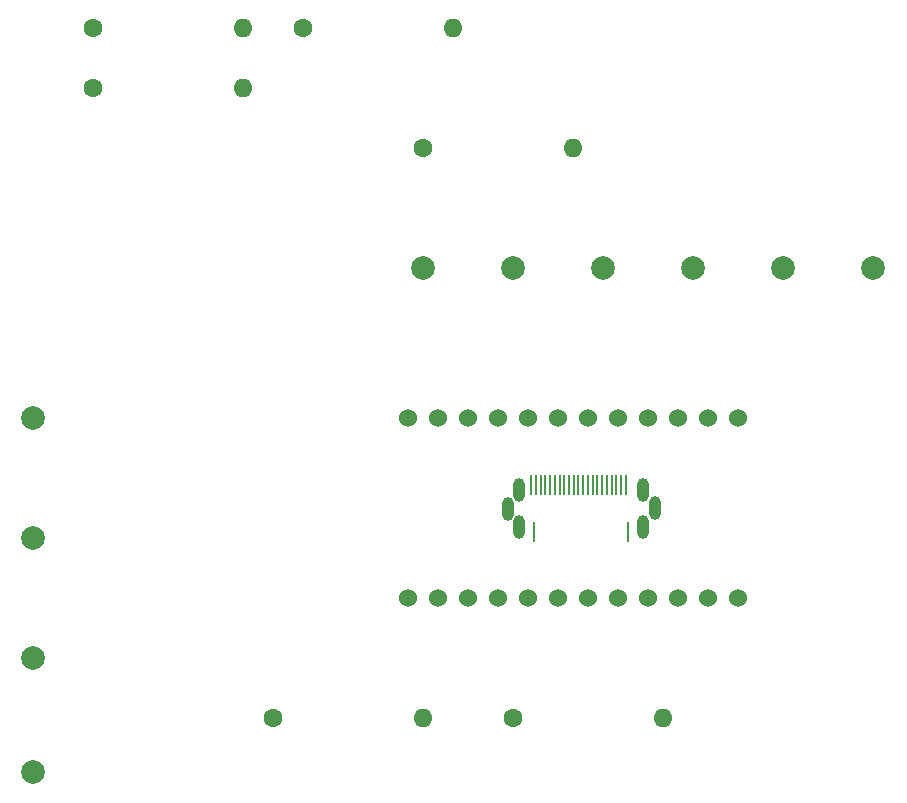
<source format=gbr>
%TF.GenerationSoftware,KiCad,Pcbnew,(7.0.0)*%
%TF.CreationDate,2023-08-10T15:45:04+02:00*%
%TF.ProjectId,JIG_MULTI,4a49475f-4d55-44c5-9449-2e6b69636164,rev?*%
%TF.SameCoordinates,Original*%
%TF.FileFunction,Soldermask,Top*%
%TF.FilePolarity,Negative*%
%FSLAX46Y46*%
G04 Gerber Fmt 4.6, Leading zero omitted, Abs format (unit mm)*
G04 Created by KiCad (PCBNEW (7.0.0)) date 2023-08-10 15:45:04*
%MOMM*%
%LPD*%
G01*
G04 APERTURE LIST*
%ADD10C,2.000000*%
%ADD11C,1.524000*%
%ADD12C,1.600000*%
%ADD13O,1.600000X1.600000*%
%ADD14R,0.200000X1.800000*%
%ADD15O,1.000000X2.000000*%
G04 APERTURE END LIST*
D10*
%TO.C,UDC7/D-*%
X71120000Y-60960000D03*
%TD*%
D11*
%TO.C,U3*%
X69850000Y-88900000D03*
X72390000Y-88900000D03*
X74930000Y-88900000D03*
X77470000Y-88900000D03*
X80010000Y-88900000D03*
X82550000Y-88900000D03*
X85090000Y-88900000D03*
X87630000Y-88900000D03*
X90170000Y-88900000D03*
X92710000Y-88900000D03*
X95250000Y-88900000D03*
X97790000Y-88900000D03*
%TD*%
D12*
%TO.C,R3*%
X60960000Y-40640000D03*
D13*
X73659999Y-40639999D03*
%TD*%
D10*
%TO.C,UDC 12*%
X93980000Y-60960000D03*
%TD*%
%TO.C,*%
X38100000Y-103637944D03*
%TD*%
%TO.C,UDC 11*%
X86360000Y-60960000D03*
%TD*%
D12*
%TO.C,R5*%
X58420000Y-99060000D03*
D13*
X71119999Y-99059999D03*
%TD*%
D10*
%TO.C,UDC6/D+*%
X78740000Y-60960000D03*
%TD*%
%TO.C,ID*%
X109220000Y-60960000D03*
%TD*%
%TO.C,UDC 3/GND*%
X101600000Y-60960000D03*
%TD*%
D12*
%TO.C,R4*%
X71120000Y-50800000D03*
D13*
X83819999Y-50799999D03*
%TD*%
D12*
%TO.C,R2*%
X43180000Y-45720000D03*
D13*
X55879999Y-45719999D03*
%TD*%
D12*
%TO.C,R1*%
X43180000Y-40640000D03*
D13*
X55879999Y-40639999D03*
%TD*%
D11*
%TO.C,U2*%
X69850000Y-73660000D03*
X72390000Y-73660000D03*
X74930000Y-73660000D03*
X77470000Y-73660000D03*
X80010000Y-73660000D03*
X82550000Y-73660000D03*
X85090000Y-73660000D03*
X87630000Y-73660000D03*
X90170000Y-73660000D03*
X92710000Y-73660000D03*
X95250000Y-73660000D03*
X97790000Y-73660000D03*
%TD*%
D14*
%TO.C,U1*%
X80247999Y-79355999D03*
X80647999Y-79355999D03*
X81047999Y-79355999D03*
X81447999Y-79355999D03*
X81847999Y-79355999D03*
X82247999Y-79355999D03*
X82647999Y-79355999D03*
X83047999Y-79355999D03*
X83447999Y-79355999D03*
X83847999Y-79355999D03*
X84247999Y-79355999D03*
X84647999Y-79355999D03*
X85047999Y-79355999D03*
X85447999Y-79355999D03*
X85847999Y-79355999D03*
X86247999Y-79355999D03*
X86647999Y-79355999D03*
X87047999Y-79355999D03*
X87447999Y-79355999D03*
X87847999Y-79355999D03*
X88247999Y-79355999D03*
X80447999Y-83355999D03*
X88447999Y-83355999D03*
D15*
X79247999Y-79755999D03*
X79247999Y-82855999D03*
X78247999Y-81355999D03*
X89747999Y-82855999D03*
X89747999Y-79755999D03*
X90747999Y-81255999D03*
%TD*%
D10*
%TO.C,*%
X38100000Y-73660000D03*
%TD*%
%TO.C,*%
X38100000Y-93980000D03*
%TD*%
D12*
%TO.C,R6*%
X78740000Y-99060000D03*
D13*
X91439999Y-99059999D03*
%TD*%
D10*
%TO.C,*%
X38100000Y-83820000D03*
%TD*%
M02*

</source>
